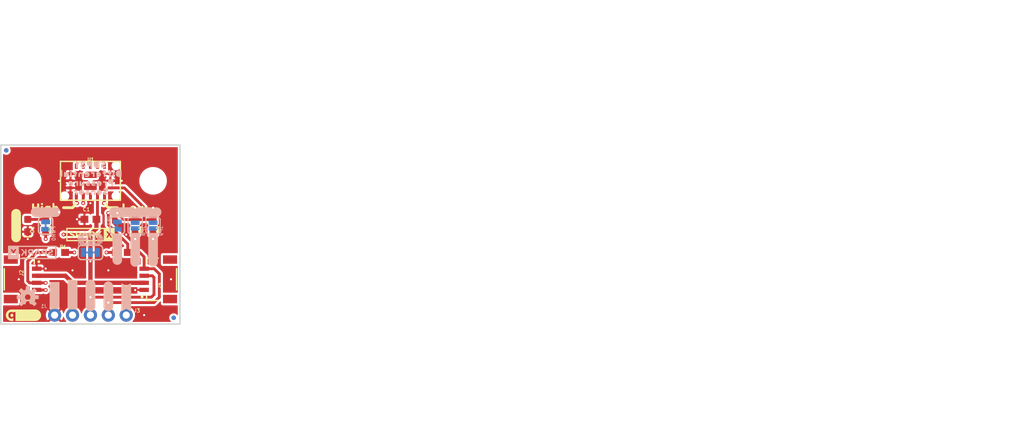
<source format=kicad_pcb>
(kicad_pcb (version 20211014) (generator pcbnew)
  (layers (0 "F.Cu" signal) (1 "In1.Cu" signal) (2 "In2.Cu" signal) (31 "B.Cu" signal) (34 "B.Paste" user) (35 "F.Paste" user) (36 "B.SilkS" user "B.Silkscreen") (37 "F.SilkS" user "F.Silkscreen") (38 "B.Mask" user) (39 "F.Mask" user) (44 "Edge.Cuts" user))
  (net 0 "")
  (net 1 "3.3V")
  (net 2 "GND")
  (net 3 "SCL")
  (net 4 "SDA")
  (net 5 "N$3")
  (net 6 "N$1")
  (net 7 "N$2")
  (net 8 "N$4")
  (net 9 "~{INT}")
  (net 10 "ADDR")
  (net 11 "N$5")
  (net 12 "N$6")
  (footprint "eagleBoard:0603" (layer "F.Cu") (at 148.5011 102.8446 180)
    (fp_text reference "C1" (at 0 1.397) (layer "F.SilkS") (effects (font (size 0.512064 0.512064) (thickness 0.097536)) (justify right)))
    (fp_text value "0.1uF" hide)
    (pad "1" smd rect (at -0.85 0 180) (size 1.1 1) (layers "F.Cu" "F.Paste" "F.Mask") (net 1 "3.3V"))
    (pad "2" smd rect (at 0.85 0 180) (size 1.1 1) (layers "F.Cu" "F.Paste" "F.Mask") (net 2 "GND"))
  )
  (footprint "eagleBoard:SDP3X" (layer "F.Cu") (at 148.5011 97.3836)
    (fp_text reference "U1" (at -0.496 -3.024) (layer "F.SilkS") (effects (font (size 0.460045 0.460045) (thickness 0.149555)) (justify left)))
    (fp_text value "SDP31")
    (fp_poly (pts (xy 0.90005 -0.39995) (xy -0.90005 -0.39995) (xy -0.90005 -1.000021) (xy -0.600021 -1.30005) (xy 0.90005 -1.30005)) (layer "F.Cu") (width 0) (fill solid))
    (fp_poly (pts (xy 0.90005 1.30005) (xy -0.90005 1.30005) (xy -0.90005 0.39995) (xy 0.90005 0.39995)) (layer "F.Cu") (width 0) (fill solid))
    (pad "" np_thru_hole circle (at 3.65 2.15) (size 0.7 0.7) (drill 0.7) (layers *.Cu *.Mask))
    (pad "" np_thru_hole circle (at -3.65 2.15) (size 0.7 0.7) (drill 0.7) (layers *.Cu *.Mask))
    (pad "" np_thru_hole circle (at 3.65 -2.15) (size 0.7 0.7) (drill 0.7) (layers *.Cu *.Mask))
    (pad "1" smd rect (at -2.825 -1) (size 0.75 0.4) (layers "F.Cu" "F.Paste" "F.Mask") (net 2 "GND"))
    (pad "2" smd rect (at -2.825 0) (size 0.75 0.4) (layers "F.Cu" "F.Paste" "F.Mask") (net 2 "GND"))
    (pad "3" smd rect (at -2.825 1) (size 0.75 0.4) (layers "F.Cu" "F.Paste" "F.Mask") (net 2 "GND"))
    (pad "4" smd rect (at -2 2.075 90) (size 0.75 0.4) (layers "F.Cu" "F.Paste" "F.Mask") (net 9 "~{INT}"))
    (pad "5" smd rect (at -1 2.075 90) (size 0.75 0.4) (layers "F.Cu" "F.Paste" "F.Mask") (net 3 "SCL"))
    (pad "6" smd rect (at 0 2.075 90) (size 0.75 0.4) (layers "F.Cu" "F.Paste" "F.Mask") (net 2 "GND"))
    (pad "7" smd rect (at 1 2.075 90) (size 0.75 0.4) (layers "F.Cu" "F.Paste" "F.Mask") (net 1 "3.3V"))
    (pad "8" smd rect (at 2 2.075 90) (size 0.75 0.4) (layers "F.Cu" "F.Paste" "F.Mask") (net 4 "SDA"))
    (pad "9" smd rect (at 2.825 1 180) (size 0.75 0.4) (layers "F.Cu" "F.Paste" "F.Mask") (net 10 "ADDR"))
    (pad "10" smd rect (at 2.825 0 180) (size 0.75 0.4) (layers "F.Cu" "F.Paste" "F.Mask") (net 2 "GND"))
    (pad "11" smd rect (at 2.825 -1 180) (size 0.75 0.4) (layers "F.Cu" "F.Paste" "F.Mask") (net 2 "GND"))
    (pad "12" smd rect (at 2 -2.075 270) (size 0.75 0.4) (layers "F.Cu" "F.Paste" "F.Mask"))
    (pad "13" smd rect (at 1 -2.075 270) (size 0.75 0.4) (layers "F.Cu" "F.Paste" "F.Mask"))
    (pad "14" smd rect (at 0 -2.075 270) (size 0.75 0.4) (layers "F.Cu" "F.Paste" "F.Mask"))
    (pad "15" smd rect (at -1 -2.075 270) (size 0.75 0.4) (layers "F.Cu" "F.Paste" "F.Mask"))
    (pad "16" smd rect (at -2 -2.075 270) (size 0.75 0.4) (layers "F.Cu" "F.Paste" "F.Mask"))
    (pad "DIEPAD1" smd rect (at 0 -0.85 180) (size 0.6096 0.3048) (layers "F.Cu") (net 2 "GND"))
    (pad "DIEPAD2" smd rect (at 0 0.85 180) (size 0.6096 0.3048) (layers "F.Cu") (net 2 "GND"))
    (zone (net 0) (net_name "") (layer "F.Cu") (connect_pads (clearance 0)) (min_thickness 0.254)
      (keepout (tracks not_allowed) (vias not_allowed) (pads not_allowed) (copperpour not_allowed) (footprints allowed))
      (fill (thermal_gap 0.508) (thermal_bridge_width 0.508))
      (polygon (pts (xy 148.8511 97.3836) (xy 148.845783 97.322823) (xy 148.829992 97.263893) (xy 148.804209 97.2086) (xy 148.769216 97.158624) (xy 148.726076 97.115484) (xy 148.6761 97.080491) (xy 148.620807 97.054708) (xy 148.561877 97.038917) (xy 148.5011 97.0336) (xy 148.440323 97.038917) (xy 148.381393 97.054708) (xy 148.3261 97.080491) (xy 148.276124 97.115484) (xy 148.232984 97.158624) (xy 148.197991 97.2086) (xy 148.172208 97.263893) (xy 148.156417 97.322823) (xy 148.1511 97.3836) (xy 148.156417 97.444377) (xy 148.172208 97.503307) (xy 148.197991 97.5586) (xy 148.232984 97.608576) (xy 148.276124 97.651716) (xy 148.3261 97.686709) (xy 148.381393 97.712492) (xy 148.440323 97.728283) (xy 148.5011 97.7336) (xy 148.561877 97.728283) (xy 148.620807 97.712492) (xy 148.6761 97.686709) (xy 148.726076 97.651716) (xy 148.769216 97.608576) (xy 148.804209 97.5586) (xy 148.829992 97.503307) (xy 148.845783 97.444377)))
      (polygon (pts (xy 148.5011 97.3836)))
    )
  )
  (footprint "eagleBoard:SPARKX-SMALL" (layer "F.Cu") (at 148.5011 105.0036)
    (fp_text reference "U$20" hide)
    (fp_text value "SPARKX-LOGO3" hide)
  )
  (footprint "eagleBoard:FIDUCIAL-MICRO" (layer "F.Cu") (at 136.5631 93.0656)
    (fp_text reference "JP6" hide)
    (fp_text value "FIDUCIALUFIDUCIAL" hide)
    (pad "1" smd roundrect (at 0 0) (size 0.635 0.635) (layers "F.Cu" "F.Mask") (roundrect_rratio 0.5))
  )
  (footprint "eagleBoard:CREATIVE_COMMONS" (layer "F.Cu") (at 198.0311 131.6736)
    (fp_text reference "FRAME1" hide)
    (fp_text value "FRAME-LETTER" hide)
  )
  (footprint "eagleBoard:1X01_NO_SILK" (layer "F.Cu") (at 153.5811 116.4336)
    (fp_text reference "J3" (at 1.016 -0.635) (layer "F.SilkS") (effects (font (size 0.512064 0.512064) (thickness 0.097536)) (justify left)))
    (fp_text value "")
    (pad "1" thru_hole circle (at 0 0 90) (size 1.8796 1.8796) (drill 1.016) (layers *.Cu *.Mask) (net 9 "~{INT}"))
  )
  (footprint "eagleBoard:0603" (layer "F.Cu") (at 152.9461 107.5436 180)
    (fp_text reference "R2" (at 0 -0.762) (layer "F.SilkS") (effects (font (size 0.512064 0.512064) (thickness 0.097536)) (justify right)))
    (fp_text value "4.7k" hide)
    (pad "1" smd rect (at -0.85 0 180) (size 1.1 1) (layers "F.Cu" "F.Paste" "F.Mask") (net 3 "SCL"))
    (pad "2" smd rect (at 0.85 0 180) (size 1.1 1) (layers "F.Cu" "F.Paste" "F.Mask") (net 8 "N$4"))
  )
  (footprint "eagleBoard:0603" (layer "F.Cu") (at 142.1511 103.7336 -90)
    (fp_text reference "R3" (at 0 -0.762 90) (layer "F.SilkS") (effects (font (size 0.512064 0.512064) (thickness 0.097536)) (justify right)))
    (fp_text value "1k")
    (pad "1" smd rect (at -0.85 0 270) (size 1.1 1) (layers "F.Cu" "F.Paste" "F.Mask") (net 5 "N$3"))
    (pad "2" smd rect (at 0.85 0 270) (size 1.1 1) (layers "F.Cu" "F.Paste" "F.Mask") (net 6 "N$1"))
  )
  (footprint "eagleBoard:ORDERING_INSTRUCTIONS" (layer "F.Cu") (at 177.7111 71.9836)
    (fp_text reference "LOGO1" hide)
    (fp_text value "SPECIAL_INSTRUCTIONS-ORDERING" hide)
  )
  (footprint "eagleBoard:##INT##0" (layer "F.Cu") (at 153.5811 113.8936 90)
    (fp_text reference "U$5" hide)
    (fp_text value "" hide)
  )
  (footprint "eagleBoard:#PWR#0" (layer "F.Cu") (at 137.9601 103.7336 90)
    (fp_text reference "U$32" hide)
    (fp_text value "" hide)
  )
  (footprint "eagleBoard:#GND#0" (layer "F.Cu") (at 143.4211 113.6396 90)
    (fp_text reference "U$33" hide)
    (fp_text value "" hide)
  )
  (footprint "eagleBoard:0603" (layer "F.Cu") (at 144.0561 107.5436)
    (fp_text reference "R1" (at 0 -0.762) (layer "F.SilkS") (effects (font (size 0.512064 0.512064) (thickness 0.097536)) (justify left)))
    (fp_text value "4.7k" hide)
    (pad "1" smd rect (at -0.85 0) (size 1.1 1) (layers "F.Cu" "F.Paste" "F.Mask") (net 4 "SDA"))
    (pad "2" smd rect (at 0.85 0) (size 1.1 1) (layers "F.Cu" "F.Paste" "F.Mask") (net 7 "N$2"))
  )
  (footprint "eagleBoard:STAND-OFF" (layer "F.Cu") (at 139.6111 97.3836)
    (fp_text reference "JP3" hide)
    (fp_text value "STAND-OFF" hide)
    (pad "" np_thru_hole circle (at 0 0) (size 3.302 3.302) (drill 3.302) (layers *.Cu *.Mask))
  )
  (footprint "eagleBoard:JST04_1MM_RA" (layer "F.Cu") (at 156.1211 111.3536 90)
    (fp_text reference "J4" (at -1.397 2.159 90) (layer "F.SilkS") (effects (font (size 0.512064 0.512064) (thickness 0.097536)) (justify left)))
    (fp_text value "QWIIC_RIGHT_ANGLE" hide)
    (pad "1" smd rect (at -1.5 0 90) (size 0.6 1.35) (layers "F.Cu" "F.Paste" "F.Mask") (net 2 "GND"))
    (pad "2" smd rect (at -0.5 0 90) (size 0.6 1.35) (layers "F.Cu" "F.Paste" "F.Mask") (net 1 "3.3V"))
    (pad "3" smd rect (at 0.5 0 90) (size 0.6 1.35) (layers "F.Cu" "F.Paste" "F.Mask") (net 4 "SDA"))
    (pad "4" smd rect (at 1.5 0 90) (size 0.6 1.35) (layers "F.Cu" "F.Paste" "F.Mask") (net 3 "SCL"))
    (pad "NC1" smd rect (at 2.8 3.675 90) (size 1.2 2) (layers "F.Cu" "F.Paste" "F.Mask"))
    (pad "NC2" smd rect (at -2.8 3.675 90) (size 1.2 2) (layers "F.Cu" "F.Paste" "F.Mask"))
  )
  (footprint "eagleBoard:0603" (layer "F.Cu") (at 154.8511 103.7336 -90)
    (fp_text reference "R4" (at 0 -0.762 90) (layer "F.SilkS") (effects (font (size 0.512064 0.512064) (thickness 0.097536)) (justify right)))
    (fp_text value "1.20k" hide)
    (pad "1" smd rect (at -0.85 0 270) (size 1.1 1) (layers "F.Cu" "F.Paste" "F.Mask") (net 10 "ADDR"))
    (pad "2" smd rect (at 0.85 0 270) (size 1.1 1) (layers "F.Cu" "F.Paste" "F.Mask") (net 11 "N$5"))
  )
  (footprint "eagleBoard:#SCL#0" (layer "F.Cu") (at 151.0411 113.7666 90)
    (fp_text reference "U$36" hide)
    (fp_text value "" hide)
  )
  (footprint "eagleBoard:FIDUCIAL-MICRO" (layer "F.Cu") (at 160.3121 116.8146)
    (fp_text reference "JP2" hide)
    (fp_text value "FIDUCIALUFIDUCIAL" hide)
    (pad "1" smd roundrect (at 0 0) (size 0.635 0.635) (layers "F.Cu" "F.Mask") (roundrect_rratio 0.5))
  )
  (footprint "eagleBoard:HIGH0" (layer "F.Cu") (at 142.1511 101.1936)
    (fp_text reference "U$17" hide)
    (fp_text value "" hide)
  )
  (footprint "eagleBoard:LED-0603" (layer "F.Cu") (at 139.6111 103.7336 -90)
    (fp_text reference "D1" (at 0 -0.635 90) (layer "F.SilkS") (effects (font (size 0.512064 0.512064) (thickness 0.097536)) (justify right)))
    (fp_text value "RED")
    (pad "A" smd roundrect (at -0.877 0 180) (size 1 1) (layers "F.Cu" "F.Paste" "F.Mask") (roundrect_rratio 0.15) (net 5 "N$3"))
    (pad "C" smd roundrect (at 0.877 0 180) (size 1 1) (layers "F.Cu" "F.Paste" "F.Mask") (roundrect_rratio 0.15) (net 2 "GND"))
  )
  (footprint "eagleBoard:JST04_1MM_RA" (layer "F.Cu") (at 140.8811 111.3536 -90)
    (fp_text reference "J2" (at -1.397 2.159 90) (layer "F.SilkS") (effects (font (size 0.512064 0.512064) (thickness 0.097536)) (justify right)))
    (fp_text value "QWIIC_RIGHT_ANGLE" hide)
    (pad "1" smd rect (at -1.5 0 270) (size 0.6 1.35) (layers "F.Cu" "F.Paste" "F.Mask") (net 2 "GND"))
    (pad "2" smd rect (at -0.5 0 270) (size 0.6 1.35) (layers "F.Cu" "F.Paste" "F.Mask") (net 1 "3.3V"))
    (pad "3" smd rect (at 0.5 0 270) (size 0.6 1.35) (layers "F.Cu" "F.Paste" "F.Mask") (net 4 "SDA"))
    (pad "4" smd rect (at 1.5 0 270) (size 0.6 1.35) (layers "F.Cu" "F.Paste" "F.Mask") (net 3 "SCL"))
    (pad "NC1" smd rect (at 2.8 3.675 270) (size 1.2 2) (layers "F.Cu" "F.Paste" "F.Mask"))
    (pad "NC2" smd rect (at -2.8 3.675 270) (size 1.2 2) (layers "F.Cu" "F.Paste" "F.Mask"))
  )
  (footprint "eagleBoard:STAND-OFF" (layer "F.Cu") (at 157.3911 97.3836)
    (fp_text reference "JP4" hide)
    (fp_text value "STAND-OFF" hide)
    (pad "" np_thru_hole circle (at 0 0) (size 3.302 3.302) (drill 3.302) (layers *.Cu *.Mask))
  )
  (footprint "eagleBoard:LOW0" (layer "F.Cu") (at 154.8511 101.1936)
    (fp_text reference "U$19" hide)
    (fp_text value "" hide)
  )
  (footprint "eagleBoard:QWIIC_5MM" (layer "F.Cu") (at 138.9761 116.4336)
    (fp_text reference "U$16" hide)
    (fp_text value "" hide)
  )
  (footprint "eagleBoard:0603" (layer "F.Cu") (at 157.3911 103.7336 -90)
    (fp_text reference "R5" (at 0 -0.762 90) (layer "F.SilkS") (effects (font (size 0.512064 0.512064) (thickness 0.097536)) (justify right)))
    (fp_text value "2.7k" hide)
    (pad "1" smd rect (at -0.85 0 270) (size 1.1 1) (layers "F.Cu" "F.Paste" "F.Mask") (net 10 "ADDR"))
    (pad "2" smd rect (at 0.85 0 270) (size 1.1 1) (layers "F.Cu" "F.Paste" "F.Mask") (net 12 "N$6"))
  )
  (footprint "eagleBoard:#3#3V#0" (layer "F.Cu") (at 145.9611 113.5126 90)
    (fp_text reference "U$34" hide)
    (fp_text value "" hide)
  )
  (footprint "eagleBoard:#SDA#0" (layer "F.Cu") (at 148.5011 113.6396 90)
    (fp_text reference "U$35" hide)
    (fp_text value "" hide)
  )
  (footprint "eagleBoard:#GND#0" (layer "B.Cu") (at 143.4211 113.6396 90)
    (fp_text reference "U$1" hide)
    (fp_text value "" hide)
  )
  (footprint "eagleBoard:#3#3V#0" (layer "B.Cu") (at 145.9611 113.5126 90)
    (fp_text reference "U$2" hide)
    (fp_text value "" hide)
  )
  (footprint "eagleBoard:#LED#0" (layer "B.Cu") (at 142.1511 101.8286 180)
    (fp_text reference "U$14" hide)
    (fp_text value "" hide)
  )
  (footprint "eagleBoard:SMT-JUMPER_2_NC_TRACE_SILK" (layer "B.Cu") (at 152.3111 103.7336 -90)
    (fp_text reference "JP7" (at 0 1.143 -270) (layer "B.SilkS") (effects (font (size 0.512064 0.512064) (thickness 0.097536)) (justify right mirror)))
    (fp_text value "JUMPER-SMT_2_NC_TRACE_SILK" hide)
    (fp_poly (pts (xy 0.1905 -0.13335) (xy -0.70485 -0.13335) (xy -0.70485 0.13335) (xy 0.1905 0.13335)) (layer "B.Cu") (width 0) (fill solid))
    (pad "1" smd rect (at -0.5207 0 270) (size 0.6604 1.27) (layers "B.Cu" "B.Mask") (net 10 "ADDR"))
    (pad "2" smd rect (at 0.5207 0 270) (size 0.6604 1.27) (layers "B.Cu" "B.Mask") (net 2 "GND"))
  )
  (footprint "eagleBoard:SPARKX-SMALL" (layer "B.Cu") (at 140.2461 107.5436 180)
    (fp_text reference "U$18" hide)
    (fp_text value "SPARKX-LOGO3" hide)
  )
  (footprint "eagleBoard:SDP310" (layer "B.Cu") (at 148.5011 95.0976 180)
    (fp_text reference "U$13" hide)
    (fp_text value "" hide)
  )
  (footprint "eagleBoard:#0X22#0" (layer "B.Cu") (at 154.8511 107.0356 90)
    (fp_text reference "U$8" hide)
    (fp_text value "" hide)
  )
  (footprint "eagleBoard:#SCL#0" (layer "B.Cu") (at 151.0411 113.7666 90)
    (fp_text reference "U$4" hide)
    (fp_text value "" hide)
  )
  (footprint "eagleBoard:1X04_NO_SILK" (layer "B.Cu") (at 143.4211 116.4336)
    (fp_text reference "J1" (at -2.032 -1.27) (layer "B.SilkS") (effects (font (size 0.512064 0.512064) (thickness 0.097536)) (justify right mirror)))
    (fp_text value "")
    (pad "1" thru_hole circle (at 0 0 270) (size 1.8796 1.8796) (drill 1.016) (layers *.Cu *.Mask) (net 2 "GND"))
    (pad "2" thru_hole circle (at 2.54 0 270) (size 1.8796 1.8796) (drill 1.016) (layers *.Cu *.Mask) (net 1 "3.3V"))
    (pad "3" thru_hole circle (at 5.08 0 270) (size 1.8796 1.8796) (drill 1.016) (layers *.Cu *.Mask) (net 4 "SDA"))
    (pad "4" thru_hole circle (at 7.62 0 270) (size 1.8796 1.8796) (drill 1.016) (layers *.Cu *.Mask) (net 3 "SCL"))
  )
  (footprint "eagleBoard:SMT-JUMPER_2_NC_TRACE_SILK" (layer "B.Cu") (at 142.1511 103.7336 90)
    (fp_text reference "PWR0" (at 0 1.143 90) (layer "B.SilkS") (effects (font (size 0.512064 0.512064) (thickness 0.097536)) (justify left mirror)))
    (fp_text value "JUMPER-SMT_2_NC_TRACE_SILK" hide)
    (fp_poly (pts (xy 0.1905 -0.13335) (xy -0.70485 -0.13335) (xy -0.70485 0.13335) (xy 0.1905 0.13335)) (layer "B.Cu") (width 0) (fill solid))
    (pad "1" smd rect (at -0.5207 0 90) (size 0.6604 1.27) (layers "B.Cu" "B.Mask") (net 6 "N$1"))
    (pad "2" smd rect (at 0.5207 0 90) (size 0.6604 1.27) (layers "B.Cu" "B.Mask") (net 1 "3.3V"))
  )
  (footprint "eagleBoard:SMT-JUMPER_3_2-NC_TRACE_SILK" (layer "B.Cu") (at 148.5011 107.5436 180)
    (fp_text reference "I2C0" (at 0 1.143) (layer "B.SilkS") (effects (font (size 0.512064 0.512064) (thickness 0.097536)) (justify left mirror)))
    (fp_text value "JUMPER-SMT_3_2-NC_TRACE_SILK" hide)
    (fp_poly (pts (xy 0.7112 -0.13335) (xy -0.7112 -0.13335) (xy -0.7112 0.13335) (xy 0.7112 0.13335)) (layer "B.Cu") (width 0) (fill solid))
    (pad "1" smd rect (at -1.0414 0 180) (size 0.6604 1.27) (layers "B.Cu" "B.Mask") (net 8 "N$4"))
    (pad "2" smd rect (at 0 0 180) (size 0.6604 1.27) (layers "B.Cu" "B.Mask") (net 1 "3.3V"))
    (pad "3" smd rect (at 1.0414 0 180) (size 0.6604 1.27) (layers "B.Cu" "B.Mask") (net 7 "N$2"))
  )
  (footprint "eagleBoard:#0X21#0" (layer "B.Cu") (at 152.3111 106.9086 90)
    (fp_text reference "U$7" hide)
    (fp_text value "" hide)
  )
  (footprint "eagleBoard:FIDUCIAL-MICRO" (layer "B.Cu") (at 160.3121 116.8146 180)
    (fp_text reference "JP5" hide)
    (fp_text value "FIDUCIALUFIDUCIAL" hide)
    (pad "1" smd roundrect (at 0 0 180) (size 0.635 0.635) (layers "B.Cu" "B.Mask") (roundrect_rratio 0.5))
  )
  (footprint "eagleBoard:#SDA#0" (layer "B.Cu") (at 148.5011 113.6396 90)
    (fp_text reference "U$3" hide)
    (fp_text value "" hide)
  )
  (footprint "eagleBoard:#0X23#0" (layer "B.Cu") (at 157.3911 107.0356 90)
    (fp_text reference "U$9" hide)
    (fp_text value "" hide)
  )
  (footprint "eagleBoard:PRESSURE0" (layer "B.Cu") (at 148.5011 97.6376 180)
    (fp_text reference "U$11" hide)
    (fp_text value "" hide)
  )
  (footprint "eagleBoard:SMT-JUMPER_2_NO_SILK" (layer "B.Cu") (at 157.3911 103.7336 90)
    (fp_text reference "JP9" (at 0 1.143 90) (layer "B.SilkS") (effects (font (size 0.512064 0.512064) (thickness 0.097536)) (justify left mirror)))
    (fp_text value "JUMPER-SMT_2_NO_SILK" hide)
    (pad "1" smd rect (at -0.4064 0 90) (size 0.635 1.27) (layers "B.Cu" "B.Mask") (net 12 "N$6"))
    (pad "2" smd rect (at 0.4064 0 90) (size 0.635 1.27) (layers "B.Cu" "B.Mask") (net 2 "GND"))
  )
  (footprint "eagleBoard:##INT##0" (layer "B.Cu") (at 153.5811 113.8936 90)
    (fp_text reference "U$6" hide)
    (fp_text value "" hide)
  )
  (footprint "eagleBoard:OSHW-LOGO-S" (layer "B.Cu") (at 139.6111 113.8936 180)
    (fp_text reference "LOGO5" hide)
    (fp_text value "OSHW-LOGOS" hide)
  )
  (footprint "eagleBoard:FIDUCIAL-MICRO" (layer "B.Cu") (at 136.5631 93.0656 180)
    (fp_text reference "JP1" hide)
    (fp_text value "FIDUCIALUFIDUCIAL" hide)
    (pad "1" smd roundrect (at 0 0 180) (size 0.635 0.635) (layers "B.Cu" "B.Mask") (roundrect_rratio 0.5))
  )
  (footprint "eagleBoard:#ADDRESS#0" (layer "B.Cu") (at 154.8511 101.8286 180)
    (fp_text reference "U$21" hide)
    (fp_text value "" hide)
  )
  (footprint "eagleBoard:SMT-JUMPER_2_NO_SILK" (layer "B.Cu") (at 154.8511 103.7336 90)
    (fp_text reference "JP8" (at 0 1.143 90) (layer "B.SilkS") (effects (font (size 0.512064 0.512064) (thickness 0.097536)) (justify left mirror)))
    (fp_text value "JUMPER-SMT_2_NO_SILK" hide)
    (pad "1" smd rect (at -0.4064 0 90) (size 0.635 1.27) (layers "B.Cu" "B.Mask") (net 11 "N$5"))
    (pad "2" smd rect (at 0.4064 0 90) (size 0.635 1.27) (layers "B.Cu" "B.Mask") (net 2 "GND"))
  )
  (footprint "eagleBoard:I2C" (layer "B.Cu") (at 150.4061 105.6386 180)
    (fp_text reference "U$15" hide)
    (fp_text value "" hide)
  )
  (footprint "eagleBoard:DIFFERENTIAL0" (layer "B.Cu") (at 148.5011 96.3676 180)
    (fp_text reference "U$10" hide)
    (fp_text value "" hide)
  )
  (footprint "eagleBoard:SENSOR0" (layer "B.Cu") (at 148.5011 98.9076 180)
    (fp_text reference "U$12" hide)
    (fp_text value "" hide)
  )
  (gr_line (start 144.6911 101.1936) (end 145.9611 101.1936) (layer "F.SilkS") (width 0.4064))
  (gr_line (start 151.0411 101.1936) (end 150.6601 100.8126) (layer "F.SilkS") (width 0.4064))
  (gr_line (start 145.9611 101.1936) (end 146.3421 100.8126) (layer "F.SilkS") (width 0.4064))
  (gr_line (start 150.6601 100.8126) (end 150.6601 100.5586) (layer "F.SilkS") (width 0.4064))
  (gr_line (start 152.3111 101.1936) (end 151.0411 101.1936) (layer "F.SilkS") (width 0.4064))
  (gr_line (start 146.3421 100.8126) (end 146.3421 100.5586) (layer "F.SilkS") (width 0.4064))
  (gr_line (start 161.2011 117.7036) (end 135.8011 117.7036) (layer "Edge.Cuts") (width 0.2032))
  (gr_line (start 135.8011 117.7036) (end 135.8011 92.3036) (layer "Edge.Cuts") (width 0.2032))
  (gr_line (start 135.8011 92.3036) (end 161.2011 92.3036) (layer "Edge.Cuts") (width 0.2032))
  (gr_line (start 161.2011 92.3036) (end 161.2011 117.7036) (layer "Edge.Cuts") (width 0.2032))
  (segment (start 149.3511 102.8446) (end 149.3511 104.1536) (width 0.6096) (layer "F.Cu") (net 1))
  (segment (start 149.5011 102.6946) (end 149.3511 102.8446) (width 0.4064) (layer "F.Cu") (net 1))
  (segment (start 148.5011 108.8136) (end 148.5011 111.8536) (width 0.6096) (layer "F.Cu") (net 1))
  (segment (start 149.3511 104.1536) (end 148.5011 105.0036) (width 0.6096) (layer "F.Cu") (net 1))
  (segment (start 140.8811 110.8536) (end 144.9531 110.8536) (width 0.6096) (layer "F.Cu") (net 1))
  (segment (start 145.9611 111.8616) (end 145.9531 111.8536) (width 0.6096) (layer "F.Cu") (net 1))
  (segment (start 144.6911 105.0036) (end 148.5011 105.0036) (width 0.4064) (layer "F.Cu") (net 1))
  (segment (start 145.9531 111.8536) (end 148.5011 111.8536) (width 0.6096) (layer "F.Cu") (net 1))
  (segment (start 148.5011 111.8536) (end 156.1211 111.8536) (width 0.6096) (layer "F.Cu") (net 1))
  (segment (start 144.9531 110.8536) (end 145.9531 111.8536) (width 0.6096) (layer "F.Cu") (net 1))
  (segment (start 149.5011 99.4586) (end 149.5011 102.6946) (width 0.4064) (layer "F.Cu") (net 1))
  (segment (start 148.5011 105.0036) (end 148.5011 108.8136) (width 0.6096) (layer "F.Cu") (net 1))
  (segment (start 145.9611 116.4336) (end 145.9611 111.8616) (width 0.6096) (layer "F.Cu") (net 1))
  (via blind (at 144.6911 105.0036) (size 0.559975) (drill 0.299975) (layers "F.Cu" "In1.Cu") (net 1))
  (via blind (at 148.5011 108.8136) (size 0.559975) (drill 0.299975) (layers "F.Cu" "In1.Cu") (net 1))
  (segment (start 147.6511 102.8446) (end 146.5961 102.8446) (width 0.4064) (layer "F.Cu") (net 2))
  (segment (start 152.9461 96.7486) (end 152.9461 97.3836) (width 0.4064) (layer "F.Cu") (net 2))
  (segment (start 151.3261 97.3836) (end 152.9461 97.3836) (width 0.4064) (layer "F.Cu") (net 2))
  (segment (start 139.6111 104.6106) (end 139.6111 105.6386) (width 0.4064) (layer "F.Cu") (net 2))
  (segment (start 144.4211 96.3836) (end 144.0561 96.7486) (width 0.4064) (layer "F.Cu") (net 2))
  (segment (start 145.6761 96.3836) (end 144.4211 96.3836) (width 0.4064) (layer "F.Cu") (net 2))
  (segment (start 145.6761 98.3836) (end 144.4211 98.3836) (width 0.4064) (layer "F.Cu") (net 2))
  (segment (start 148.5011 99.4586) (end 148.5011 100.5586) (width 0.4064) (layer "F.Cu") (net 2))
  (segment (start 145.6761 97.3836) (end 144.0561 97.3836) (width 0.4064) (layer "F.Cu") (net 2))
  (segment (start 152.5811 96.3836) (end 152.9461 96.7486) (width 0.4064) (layer "F.Cu") (net 2))
  (segment (start 151.3261 96.3836) (end 152.5811 96.3836) (width 0.4064) (layer "F.Cu") (net 2))
  (segment (start 144.4211 98.3836) (end 144.0561 98.0186) (width 0.4064) (layer "F.Cu") (net 2))
  (segment (start 144.0561 98.0186) (end 144.0561 97.3836) (width 0.4064) (layer "F.Cu") (net 2))
  (segment (start 144.0561 96.7486) (end 144.0561 97.3836) (width 0.4064) (layer "F.Cu") (net 2))
  (via blind (at 151.0411 110.0836) (size 0.559975) (drill 0.299975) (layers "F.Cu" "In1.Cu") (net 2))
  (via blind (at 157.3911 101.1936) (size 0.559975) (drill 0.299975) (layers "F.Cu" "In1.Cu") (net 2))
  (via blind (at 152.9461 97.3836) (size 0.559975) (drill 0.299975) (layers "F.Cu" "In1.Cu") (net 2))
  (via blind (at 154.8511 112.8776) (size 0.559975) (drill 0.299975) (layers "F.Cu" "In1.Cu") (net 2))
  (via blind (at 144.0561 97.3836) (size 0.559975) (drill 0.299975) (layers "F.Cu" "In1.Cu") (net 2))
  (via blind (at 144.0561 101.8286) (size 0.559975) (drill 0.299975) (layers "F.Cu" "In1.Cu") (net 2))
  (via blind (at 145.9611 110.0836) (size 0.559975) (drill 0.299975) (layers "F.Cu" "In1.Cu") (net 2))
  (via blind (at 142.1511 109.8296) (size 0.559975) (drill 0.299975) (layers "F.Cu" "In1.Cu") (net 2))
  (via blind (at 139.6111 105.6386) (size 0.559975) (drill 0.299975) (layers "F.Cu" "In1.Cu") (net 2))
  (via blind (at 138.3411 111.3536) (size 0.559975) (drill 0.299975) (layers "F.Cu" "In1.Cu") (net 2))
  (via blind (at 146.5961 102.8446) (size 0.559975) (drill 0.299975) (layers "F.Cu" "In1.Cu") (net 2))
  (via blind (at 159.9311 111.3536) (size 0.559975) (drill 0.299975) (layers "F.Cu" "In1.Cu") (net 2))
  (via blind (at 154.8511 101.1936) (size 0.559975) (drill 0.299975) (layers "F.Cu" "In1.Cu") (net 2))
  (via blind (at 153.5811 105.0036) (size 0.559975) (drill 0.299975) (layers "F.Cu" "In1.Cu") (net 2))
  (via blind (at 148.5011 100.5586) (size 0.559975) (drill 0.299975) (layers "F.Cu" "In1.Cu") (net 2))
  (via blind (at 156.1211 116.4336) (size 0.559975) (drill 0.299975) (layers "F.Cu" "In1.Cu") (net 2))
  (segment (start 158.2801 110.5916) (end 158.2801 113.8936) (width 0.4064) (layer "F.Cu") (net 3))
  (segment (start 155.4861 107.5436) (end 156.1211 108.1786) (width 0.4064) (layer "F.Cu") (net 3))
  (segment (start 153.7961 106.3616) (end 151.0411 103.6066) (width 0.4064) (layer "F.Cu") (net 3))
  (segment (start 157.5181 114.6556) (end 151.0411 114.6556) (width 0.4064) (layer "F.Cu") (net 3))
  (segment (start 153.7961 107.5436) (end 153.7961 106.3616) (width 0.4064) (layer "F.Cu") (net 3))
  (segment (start 142.1511 112.8776) (end 140.9051 112.8776) (width 0.4064) (layer "F.Cu") (net 3))
  (segment (start 151.0411 116.4336) (end 151.0411 114.6556) (width 0.4064) (layer "F.Cu") (net 3))
  (segment (start 147.4851 99.4746) (end 147.5011 99.4586) (width 0.4064) (layer "F.Cu") (net 3))
  (segment (start 140.9051 112.8776) (end 140.8811 112.8536) (width 0.4064) (layer "F.Cu") (net 3))
  (segment (start 153.7961 107.5436) (end 155.4861 107.5436) (width 0.4064) (layer "F.Cu") (net 3))
  (segment (start 156.1211 108.1786) (end 156.1211 109.8536) (width 0.4064) (layer "F.Cu") (net 3))
  (segment (start 147.4851 100.5586) (end 147.4851 99.4746) (width 0.4064) (layer "F.Cu") (net 3))
  (segment (start 157.5421 109.8536) (end 158.2801 110.5916) (width 0.4064) (layer "F.Cu") (net 3))
  (segment (start 158.2801 113.8936) (end 157.5181 114.6556) (width 0.4064) (layer "F.Cu") (net 3))
  (segment (start 151.0411 103.6066) (end 151.0411 101.9556) (width 0.4064) (layer "F.Cu") (net 3))
  (segment (start 156.1211 109.8536) (end 157.5421 109.8536) (width 0.4064) (layer "F.Cu") (net 3))
  (via blind (at 147.4851 100.5586) (size 0.559975) (drill 0.299975) (layers "F.Cu" "In1.Cu") (net 3))
  (via blind (at 151.0411 101.9556) (size 0.559975) (drill 0.299975) (layers "F.Cu" "In1.Cu") (net 3))
  (via blind (at 151.0411 114.6556) (size 0.559975) (drill 0.299975) (layers "F.Cu" "In1.Cu") (net 3))
  (via blind (at 142.1511 112.8776) (size 0.559975) (drill 0.299975) (layers "F.Cu" "In1.Cu") (net 3))
  (segment (start 143.2061 107.5436) (end 140.8811 107.5436) (width 0.4064) (layer "F.Cu") (net 4))
  (segment (start 139.6111 108.8136) (end 139.6111 111.6076) (width 0.4064) (layer "F.Cu") (net 4))
  (segment (start 140.8731 111.8616) (end 139.8651 111.8616) (width 0.4064) (layer "F.Cu") (net 4))
  (segment (start 150.5011 100.4636) (end 150.4061 100.5586) (width 0.4064) (layer "F.Cu") (net 4))
  (segment (start 156.1211 110.8536) (end 157.2721 110.8536) (width 0.4064) (layer "F.Cu") (net 4))
  (segment (start 157.2721 110.8536) (end 157.5181 111.0996) (width 0.4064) (layer "F.Cu") (net 4))
  (segment (start 142.1431 111.8536) (end 142.1511 111.8616) (width 0.4064) (layer "F.Cu") (net 4))
  (segment (start 157.5181 111.0996) (end 157.5181 113.5126) (width 0.4064) (layer "F.Cu") (net 4))
  (segment (start 150.5011 99.4586) (end 150.5011 100.4636) (width 0.4064) (layer "F.Cu") (net 4))
  (segment (start 157.1371 113.8936) (end 148.5011 113.8936) (width 0.4064) (layer "F.Cu") (net 4))
  (segment (start 140.8811 111.8536) (end 142.1431 111.8536) (width 0.4064) (layer "F.Cu") (net 4))
  (segment (start 140.8811 107.5436) (end 139.6111 108.8136) (width 0.4064) (layer "F.Cu") (net 4))
  (segment (start 157.5181 113.5126) (end 157.1371 113.8936) (width 0.4064) (layer "F.Cu") (net 4))
  (segment (start 139.6111 111.6076) (end 139.8651 111.8616) (width 0.4064) (layer "F.Cu") (net 4))
  (segment (start 140.8731 111.8616) (end 140.8811 111.8536) (width 0.3048) (layer "F.Cu") (net 4))
  (segment (start 148.5011 113.8936) (end 148.5011 116.4336) (width 0.4064) (layer "F.Cu") (net 4))
  (via blind (at 142.1511 111.8616) (size 0.559975) (drill 0.299975) (layers "F.Cu" "In1.Cu") (net 4))
  (via blind (at 148.5011 113.8936) (size 0.559975) (drill 0.299975) (layers "F.Cu" "In1.Cu") (net 4))
  (via blind (at 150.4061 100.5586) (size 0.559975) (drill 0.299975) (layers "F.Cu" "In1.Cu") (net 4))
  (segment (start 142.1241 102.8566) (end 142.1511 102.8836) (width 0.4064) (layer "F.Cu") (net 5))
  (segment (start 139.6111 102.8566) (end 142.1241 102.8566) (width 0.4064) (layer "F.Cu") (net 5))
  (segment (start 142.1511 104.5836) (end 142.1511 105.6386) (width 0.4064) (layer "F.Cu") (net 6))
  (via blind (at 142.1511 105.6386) (size 0.559975) (drill 0.299975) (layers "F.Cu" "In1.Cu") (net 6))
  (segment (start 144.9061 107.5436) (end 146.2151 107.5436) (width 0.4064) (layer "F.Cu") (net 7))
  (via blind (at 146.2151 107.5436) (size 0.559975) (drill 0.299975) (layers "F.Cu" "In1.Cu") (net 7))
  (segment (start 152.0961 107.5436) (end 150.7871 107.5436) (width 0.4064) (layer "F.Cu") (net 8))
  (via blind (at 150.7871 107.5436) (size 0.559975) (drill 0.299975) (layers "F.Cu" "In1.Cu") (net 8))
  (segment (start 146.5011 99.4586) (end 146.5011 100.4636) (width 0.4064) (layer "F.Cu") (net 9))
  (segment (start 146.5011 100.4636) (end 146.5961 100.5586) (width 0.4064) (layer "F.Cu") (net 9))
  (via blind (at 146.5961 100.5586) (size 0.559975) (drill 0.299975) (layers "F.Cu" "In1.Cu") (net 9))
  (segment (start 151.3261 98.3836) (end 153.3111 98.3836) (width 0.4064) (layer "F.Cu") (net 10))
  (segment (start 153.2391 102.8836) (end 152.3111 101.9556) (width 0.4064) (layer "F.Cu") (net 10))
  (segment (start 157.3911 102.8836) (end 156.1211 102.8836) (width 0.4064) (layer "F.Cu") (net 10))
  (segment (start 156.1211 101.1936) (end 156.1211 102.8836) (width 0.4064) (layer "F.Cu") (net 10))
  (segment (start 154.8511 102.8836) (end 153.2391 102.8836) (width 0.4064) (layer "F.Cu") (net 10))
  (segment (start 156.1211 102.8836) (end 154.8511 102.8836) (width 0.4064) (layer "F.Cu") (net 10))
  (segment (start 153.3111 98.3836) (end 156.1211 101.1936) (width 0.4064) (layer "F.Cu") (net 10))
  (via blind (at 152.3111 101.9556) (size 0.559975) (drill 0.299975) (layers "F.Cu" "In1.Cu") (net 10))
  (segment (start 154.8511 104.5836) (end 154.8511 105.6386) (width 0.4064) (layer "F.Cu") (net 11))
  (via blind (at 154.8511 105.6386) (size 0.559975) (drill 0.299975) (layers "F.Cu" "In1.Cu") (net 11))
  (segment (start 157.3911 104.5836) (end 157.3911 105.6386) (width 0.4064) (layer "F.Cu") (net 12))
  (via blind (at 157.3911 105.6386) (size 0.559975) (drill 0.299975) (layers "F.Cu" "In1.Cu") (net 12))
  (zone (net 2) (net_name "GND") (layer "F.Cu") (priority 6) (connect_pads (clearance 0.3048)) (min_thickness 0.127) (fill yes (thermal_gap 0.304) (thermal_bridge_width 0.304))
    (polygon (pts (xy 161.3281 117.8306) (xy 135.6741 117.8306) (xy 135.6741 92.1766) (xy 161.3281 92.1766)))
  )
)
</source>
